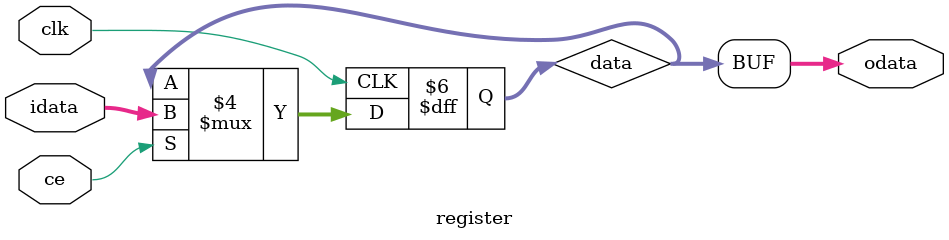
<source format=v>
`timescale 1ns / 1ps


module register(
    input [7:0] idata,
    input clk,
    input ce,
    output [7:0] odata
    );
    reg [7:0] data = 8'h00;
    always @(posedge clk)
    begin
        if(ce) data <= idata;
        else data <= data;
    end
    assign odata = data;
endmodule

</source>
